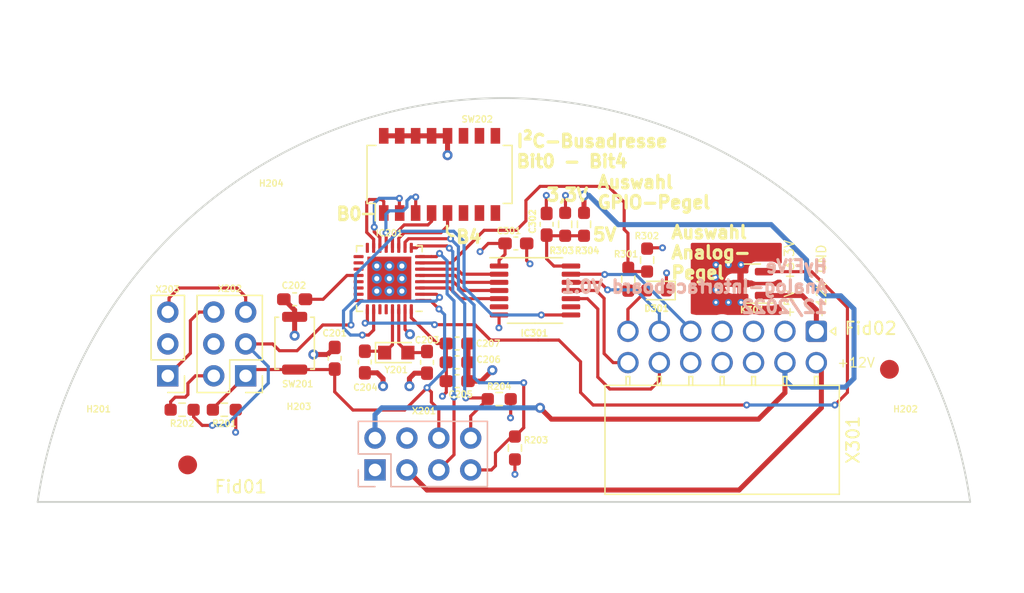
<source format=kicad_pcb>
(kicad_pcb (version 20211014) (generator pcbnew)
  (layers (0 "F.Cu" signal) (1 "In1.Cu" power "In1.GND") (2 "In2.Cu" power "In2.PWR") (31 "B.Cu" signal) (34 "B.Paste" user) (35 "F.Paste" user) (36 "B.SilkS" user "B.Silkscreen") (37 "F.SilkS" user "F.Silkscreen") (38 "B.Mask" user) (39 "F.Mask" user) (44 "Edge.Cuts" user))
  (net 0 "")
  (net 1 "/MCU/~{RST}{slash}SBWTDIO")
  (net 2 "GND")
  (net 3 "+3V3")
  (net 4 "/MCU/XIN")
  (net 5 "/MCU/XOUT")
  (net 6 "+5V")
  (net 7 "+12V")
  (net 8 "/MCU/GPIO_Reserve_B2B")
  (net 9 "/MCU/UCB0_SCL")
  (net 10 "/MCU/UCB0_SDA")
  (net 11 "/MCU/TEST_SBWTCK")
  (net 12 "/MCU/UCA1_SPI_STE")
  (net 13 "/MCU/UCA1_SPI_CLK")
  (net 14 "/MCU/UCA1_SPI_MISO")
  (net 15 "/MCU/UCA1_SPI_MOSI")
  (net 16 "/MCU/UCB1_SDA")
  (net 17 "/MCU/UCB1_SCL")
  (net 18 "/MCU/ADDR_B4")
  (net 19 "/MCU/ADDR_B3")
  (net 20 "/MCU/ADDR_B2")
  (net 21 "/MCU/ADDR_B1")
  (net 22 "/MCU/ADDR_B0")
  (net 23 "Net-(C202-Pad1)")
  (net 28 "Net-(R202-Pad1)")
  (net 35 "Net-(X202-Pad5)")
  (net 36 "Net-(X202-Pad6)")
  (net 38 "/MCU/Interface_Enable")
  (net 39 "Net-(C302-Pad1)")
  (net 41 "Net-(X301-Pad7)")
  (net 44 "Net-(X301-Pad13)")
  (net 45 "Net-(X301-Pad14)")
  (net 46 "Net-(X301-Pad6)")
  (net 47 "Net-(X301-Pad5)")
  (net 49 "/MCU/Interface_GPIO_4")
  (net 50 "/MCU/Interface_GPIO_3")
  (net 51 "/MCU/Interface_GPIO_2")
  (net 52 "/MCU/Interface_GPIO_1")
  (net 53 "/MCU/Interface_Analog")
  (net 56 "/MCU/Sensor_Lowside_Switch")
  (net 57 "Net-(X301-Pad1)")
  (footprint "Fiducial:Fiducial_1.5mm_Mask4.5mm" (layer "F.Cu") (at 167.82 54.13)
    (fp_text reference "Fid02")
    (fp_text value "Fiducial_1.5mm_Mask4.5mm")
  )
  (footprint "Capacitor_SMD:C_0603_1608Metric_Pad1.08x0.95mm_HandSolder" (layer "F.Cu") (at 131 53.575 -90)
    (fp_text reference "C203")
    (fp_text value "20pF")
  )
  (footprint "Capacitor_SMD:C_0603_1608Metric_Pad1.08x0.95mm_HandSolder" (layer "F.Cu") (at 138.075 44.1)
    (fp_text reference "C301")
    (fp_text value "100nF")
  )
  (footprint "MountingHole:MountingHole_2.7mm_M2.5" (layer "F.Cu") (at 118.6 43.01)
    (fp_text reference "H204")
    (fp_text value "MountingHole")
  )
  (footprint "Capacitor_SMD:C_0603_1608Metric_Pad1.08x0.95mm_HandSolder" (layer "F.Cu") (at 133.4 52.075)
    (fp_text reference "C207")
    (fp_text value "4,7µF")
  )
  (footprint "Resistor_SMD:R_0603_1608Metric_Pad0.98x0.95mm_HandSolder" (layer "F.Cu") (at 147.025 46.95 -90)
    (fp_text reference "R301")
    (fp_text value "20k")
  )
  (footprint "Resistor_SMD:R_0603_1608Metric_Pad0.98x0.95mm_HandSolder" (layer "F.Cu") (at 142 42.575 -90)
    (fp_text reference "R303")
    (fp_text value "0 NB")
  )
  (footprint "Resistor_SMD:R_0603_1608Metric_Pad0.98x0.95mm_HandSolder" (layer "F.Cu") (at 136.75 56.5)
    (fp_text reference "R204")
    (fp_text value "10k NB")
  )
  (footprint "Capacitor_SMD:C_0603_1608Metric_Pad1.08x0.95mm_HandSolder" (layer "F.Cu") (at 120.46 48.55 180)
    (fp_text reference "C202")
    (fp_text value "1µF, <200m ESR")
  )
  (footprint "MountingHole:MountingHole_2.7mm_M2.5" (layer "F.Cu") (at 120.86 60.8)
    (fp_text reference "H203")
    (fp_text value "MountingHole")
  )
  (footprint "MountingHole:MountingHole_2.7mm_M2.5" (layer "F.Cu") (at 104.85 61)
    (fp_text reference "H201")
    (fp_text value "MountingHole")
  )
  (footprint "Resistor_SMD:R_0603_1608Metric_Pad0.98x0.95mm_HandSolder" (layer "F.Cu") (at 148.525 45.425 -90)
    (fp_text reference "R302")
    (fp_text value "38,8k/39k 0,1%")
  )
  (footprint "Diode_SMD:D_0603_1608Metric" (layer "F.Cu") (at 149.275 47.85 180)
    (fp_text reference "D301")
    (fp_text value "82356050101")
  )
  (footprint "Resistor_SMD:R_0603_1608Metric_Pad0.98x0.95mm_HandSolder" (layer "F.Cu") (at 143.5 42.575 -90)
    (fp_text reference "R304")
    (fp_text value "0")
  )
  (footprint "MountingHole:MountingHole_2.7mm_M2.5" (layer "F.Cu") (at 169.1 61)
    (fp_text reference "H202")
    (fp_text value "MountingHole")
  )
  (footprint "Resistor_SMD:R_0603_1608Metric_Pad0.98x0.95mm_HandSolder" (layer "F.Cu") (at 138 60.4 -90)
    (fp_text reference "R203")
    (fp_text value "10k NB")
  )
  (footprint "Connector_Molex:Molex_Nano-Fit_105314-xx14_2x07_P2.50mm_Horizontal" (layer "F.Cu") (at 162 51.1 -90)
    (fp_text reference "X301")
    (fp_text value "Molex Nano-Fit 105314-1*114")
  )
  (footprint "Capacitor_SMD:C_0603_1608Metric_Pad1.08x0.95mm_HandSolder" (layer "F.Cu") (at 133.4 55.075)
    (fp_text reference "C205")
    (fp_text value "100nF")
  )
  (footprint "Button_Switch_SMD:SW_DIP_SPSTx08_Slide_Omron_A6H-8101_W6.15mm_P1.27mm" (layer "F.Cu") (at 132 38.6 90)
    (fp_text reference "SW202")
    (fp_text value "A6H-8101")
  )
  (footprint "Crystal:Crystal_SMD_TXC_9HT11-2Pin_2.0x1.2mm_HandSoldering" (layer "F.Cu") (at 128.55 52.8)
    (fp_text reference "Y201")
    (fp_text value "9HT11-32.768KDZF-T ")
  )
  (footprint "Resistor_SMD:R_0603_1608Metric_Pad0.98x0.95mm_HandSolder" (layer "F.Cu") (at 114.86 57.35 180)
    (fp_text reference locked "R201")
    (fp_text value "47k")
  )
  (footprint "Connector_PinHeader_2.54mm:PinHeader_1x03_P2.54mm_Vertical" (layer "F.Cu") (at 110.36 54.65 180)
    (fp_text reference "X203")
    (fp_text value "Conn_01x03")
  )
  (footprint "Fiducial:Fiducial_1.5mm_Mask4.5mm" (layer "F.Cu") (at 111.94 61.75)
    (fp_text reference "Fid01")
    (fp_text value "Fiducial_1.5mm_Mask4.5mm")
  )
  (footprint "Package_DFN_QFN:VQFN-32-1EP_5x5mm_P0.5mm_EP3.5x3.5mm" (layer "F.Cu") (at 128 46.9 180)
    (fp_text reference "IC201")
    (fp_text value "MSP430FR2673")
  )
  (footprint "Connector_PinHeader_2.54mm:PinHeader_2x03_P2.54mm_Vertical" (layer "F.Cu") (at 116.56 54.65 180)
    (fp_text reference "X202")
    (fp_text value "Conn_02x03_Counter_Clockwise")
  )
  (footprint "Capacitor_SMD:C_0603_1608Metric_Pad1.08x0.95mm_HandSolder" (layer "F.Cu") (at 126.05 53.55 -90)
    (fp_text reference "C204")
    (fp_text value "20pF")
  )
  (footprint "Capacitor_SMD:C_0603_1608Metric_Pad1.08x0.95mm_HandSolder" (layer "F.Cu") (at 140.525 42.575 90)
    (fp_text reference "C302")
    (fp_text value "100nF")
  )
  (footprint "Button_Switch_SMD:SW_Push_SPST_NO_Alps_SKRK" (layer "F.Cu") (at 120.46 52.05 -90)
    (fp_text reference "SW201")
    (fp_text value "SKRKAEE020")
  )
  (footprint "Package_TO_SOT_SMD:SOT-23" (layer "F.Cu") (at 156.9 47.3 180)
    (fp_text reference "K301")
    (fp_text value "SSM3K127TU")
  )
  (footprint "Capacitor_SMD:C_0603_1608Metric_Pad1.08x0.95mm_HandSolder" (layer "F.Cu") (at 133.4 53.575)
    (fp_text reference "C206")
    (fp_text value "1µF")
  )
  (footprint "Resistor_SMD:R_0603_1608Metric_Pad0.98x0.95mm_HandSolder" (layer "F.Cu") (at 111.5 57.35)
    (fp_text reference "R202")
    (fp_text value "330")
  )
  (footprint "Package_SO:TSSOP-14_4.4x5mm_P0.65mm" (layer "F.Cu") (at 139.6 47.85)
    (fp_text reference "IC301")
    (fp_text value "TXB0104PW")
  )
  (footprint "Capacitor_SMD:C_0603_1608Metric_Pad1.08x0.95mm_HandSolder" (layer "F.Cu") (at 123.65 53.25 90)
    (fp_text reference "C201")
    (fp_text value "1nF")
  )
  (footprint "Connector_PinSocket_2.54mm:PinSocket_2x04_P2.54mm_Vertical" (layer "B.Cu") (at 126.86 62.15 -90)
    (fp_text reference "X201")
    (fp_text value "ESQ-104-14-G-D")
  )
  (gr_line (start 132.6 43.2) (end 132.6 42.7) (layer "F.SilkS") (width 0.2))
  (gr_line (start 132.9 43.5) (end 132.6 43.2) (layer "F.SilkS") (width 0.2))
  (gr_line (start 125.9 41.75) (end 126.7 41.75) (layer "F.SilkS") (width 0.2))
  (gr_line (start 133.1 43.5) (end 132.9 43.5) (layer "F.SilkS") (width 0.2))
  (gr_arc (start 100 64.7) (mid 137.123578 32.514184) (end 174.247155 64.7) (layer "Edge.Cuts") (width 0.15))
  (gr_line (start 100 64.7) (end 174.247155 64.7) (layer "Edge.Cuts") (width 0.15))
  (gr_text "HyFiVe\nAnalog-Interfaceboard V0.1\n12/2022" (at 163 47.55) (layer "B.SilkS") (effects (font (size 1 1) (thickness 0.25)) (justify left mirror)))
  (gr_text "Auswahl\nGPIO-Pegel" (at 144.45 40.025) (layer "F.SilkS") (effects (font (size 1 1) (thickness 0.25)) (justify left)))
  (gr_text "Auswahl\nAnalog-\nPegel" (at 150.325 44.825) (layer "F.SilkS") (effects (font (size 1 1) (thickness 0.25)) (justify left)))
  (gr_text "+12V GND" (at 162.4 50.1 90) (layer "F.SilkS") (effects (font (size 0.75 0.75) (thickness 0.1)) (justify left)))
  (gr_text "3,3V" (at 142.175 40.225) (layer "F.SilkS") (effects (font (size 1 1) (thickness 0.25))))
  (gr_text "+5V +3,3V\n" (at 159.85 50.1 90) (layer "F.SilkS") (effects (font (size 0.75 0.75) (thickness 0.1)) (justify left)))
  (gr_text "5V" (at 145.15 43.4) (layer "F.SilkS") (effects (font (size 1 1) (thickness 0.25))))
  (gr_text "B4\n" (at 134.325 43.575) (layer "F.SilkS") (effects (font (size 1 1) (thickness 0.25))))
  (gr_text "B0" (at 124.8 41.75) (layer "F.SilkS") (effects (font (size 1 1) (thickness 0.25))))
  (gr_text "+12V\n" (at 163.6 53.6) (layer "F.SilkS") (effects (font (size 0.75 0.75) (thickness 0.1)) (justify left)))
  (gr_text "I²C-Busadresse\nBit0 - Bit4" (at 138 36.75) (layer "F.SilkS") (effects (font (size 1 1) (thickness 0.25)) (justify left)))
  (gr_text "\n" (at 159.8 50.1 90) (layer "F.SilkS") (effects (font (size 0.75 0.75) (thickness 0.1)) (justify left)))
  (segment (start 120.46 54.15) (end 117.06 54.15) (width 0.25) (layer "F.Cu") (net 1))
  (segment (start 123.6125 54.15) (end 123.65 54.1125) (width 0.25) (layer "F.Cu") (net 1))
  (segment (start 131.35 56.75) (end 131.94 57.34) (width 0.25) (layer "F.Cu") (net 1))
  (segment (start 131.275 48.65) (end 130.45 48.65) (width 0.25) (layer "F.Cu") (net 1))
  (segment (start 129.225 57.375) (end 125.1 57.375) (width 0.25) (layer "F.Cu") (net 1))
  (segment (start 123.65 55.925) (end 123.65 54.1125) (width 0.25) (layer "F.Cu") (net 1))
  (segment (start 131.95 49.325) (end 131.275 48.65) (width 0.25) (layer "F.Cu") (net 1))
  (segment (start 131 55.6) (end 131.35 55.95) (width 0.25) (layer "F.Cu") (net 1))
  (segment (start 131.94 57.34) (end 131.94 59.61) (width 0.25) (layer "F.Cu") (net 1))
  (segment (start 117.06 54.15) (end 116.56 54.65) (width 0.25) (layer "F.Cu") (net 1))
  (segment (start 113.9475 57.35) (end 113.9475 57.2625) (width 0.25) (layer "F.Cu") (net 1))
  (segment (start 131 55.6) (end 129.225 57.375) (width 0.25) (layer "F.Cu") (net 1))
  (segment (start 125.1 57.375) (end 123.65 55.925) (width 0.25) (layer "F.Cu") (net 1))
  (segment (start 120.46 54.15) (end 123.6125 54.15) (width 0.25) (layer "F.Cu") (net 1))
  (segment (start 131.35 55.95) (end 131.35 56.75) (width 0.25) (layer "F.Cu") (net 1))
  (segment (start 113.9475 57.2625) (end 116.56 54.65) (width 0.25) (layer "F.Cu") (net 1))
  (via (at 131 55.6) (size 0.55) (drill 0.25) (layers "F.Cu" "B.Cu") (net 1))
  (via (at 131.95 49.325) (size 0.55) (drill 0.25) (layers "F.Cu" "B.Cu") (net 1))
  (segment (start 131.95 49.325) (end 132.4 49.775) (width 0.25) (layer "B.Cu") (net 1))
  (segment (start 132.4 49.775) (end 132.4 54.2) (width 0.25) (layer "B.Cu") (net 1))
  (segment (start 132.4 54.2) (end 131 55.6) (width 0.25) (layer "B.Cu") (net 1))
  (segment (start 136.7375 49.8) (end 136.7375 50.8125) (width 0.25) (layer "F.Cu") (net 2))
  (segment (start 139.2 45.725) (end 138.9375 45.4625) (width 0.25) (layer "F.Cu") (net 2))
  (segment (start 120.46 49.95) (end 120.46 49.4125) (width 0.4) (layer "F.Cu") (net 2))
  (segment (start 140.5 40.275) (end 140.5 41.6875) (width 0.25) (layer "F.Cu") (net 2))
  (segment (start 134.2625 52.075) (end 134.2625 53.575) (width 0.4) (layer "F.Cu") (net 2))
  (segment (start 136.2 54.2) (end 135.325 55.075) (width 0.4) (layer "F.Cu") (net 2))
  (segment (start 148.525 44.5125) (end 148.5875 44.45) (width 0.25) (layer "F.Cu") (net 2))
  (segment (start 150.0625 47.85) (end 150.0625 46.4625) (width 0.25) (layer "F.Cu") (net 2))
  (segment (start 138.9375 45.4625) (end 138.9375 44.1) (width 0.25) (layer "F.Cu") (net 2))
  (segment (start 127.5 54.875) (end 127.5 55.475) (width 0.4) (layer "F.Cu") (net 2))
  (segment (start 128.825 35.525) (end 130.095 35.525) (width 0.4) (layer "F.Cu") (net 2))
  (segment (start 120.46 49.95) (end 120.46 51.45) (width 0.4) (layer "F.Cu") (net 2))
  (segment (start 140.5 41.6875) (end 140.525 41.7125) (width 0.25) (layer "F.Cu") (net 2))
  (segment (start 121.95 52.95) (end 123.0875 52.95) (width 0.4) (layer "F.Cu") (net 2))
  (segment (start 132.635 35.525) (end 132.635 37.065) (width 0.4) (layer "F.Cu") (net 2))
  (segment (start 135.325 55.075) (end 134.2625 55.075) (width 0.4) (layer "F.Cu") (net 2))
  (segment (start 123.0875 52.95) (end 123.65 52.3875) (width 0.4) (layer "F.Cu") (net 2))
  (segment (start 150.0625 46.4625) (end 150.075 46.45) (width 0.25) (layer "F.Cu") (net 2))
  (segment (start 131 54.4375) (end 130.0125 54.4375) (width 0.4) (layer "F.Cu") (net 2))
  (segment (start 132.635 35.525) (end 131.365 35.525) (width 0.4) (layer "F.Cu") (net 2))
  (segment (start 136.7375 50.8125) (end 136.725 50.825) (width 0.25) (layer "F.Cu") (net 2))
  (segment (start 134.2625 53.575) (end 134.2625 55.075) (width 0.4) (layer "F.Cu") (net 2))
  (segment (start 127.0375 54.4125) (end 127.5 54.875) (width 0.4) (layer "F.Cu") (net 2))
  (segment (start 148.5875 44.45) (end 149.75 44.45) (width 0.25) (layer "F.Cu") (net 2))
  (segment (start 130.0125 54.4375) (end 129.6 54.85) (width 0.4) (layer "F.Cu") (net 2))
  (segment (start 129.6 54.85) (end 129.6 55.475) (width 0.4) (layer "F.Cu") (net 2))
  (segment (start 126.05 54.4125) (end 127.0375 54.4125) (width 0.4) (layer "F.Cu") (net 2))
  (segment (start 120.46 49.4125) (end 119.5975 48.55) (width 0.4) (layer "F.Cu") (net 2))
  (segment (start 129.25 50.949598) (end 129.637701 51.337299) (width 0.25) (layer "F.Cu") (net 2))
  (segment (start 130.095 35.525) (end 131.365 35.525) (width 0.4) (layer "F.Cu") (net 2))
  (segment (start 129.25 49.35) (end 129.25 50.949598) (width 0.25) (layer "F.Cu") (net 2))
  (segment (start 155.475 47.3) (end 155.9625 47.3) (width 0.4) (layer "F.Cu") (net 2))
  (segment (start 127.555 35.525) (end 128.825 35.525) (width 0.4) (layer "F.Cu") (net 2))
  (via (at 154 48.8) (size 0.55) (drill 0.25) (layers "F.Cu" "B.Cu") (net 2))
  (via (at 156 48.8) (size 0.55) (drill 0.25) (layers "F.Cu" "B.Cu") (net 2))
  (via (at 129.637701 51.337299) (size 0.8) (drill 0.4) (layers "F.Cu" "B.Cu") (net 2))
  (via (at 132.635 37.065) (size 0.8) (drill 0.4) (layers "F.Cu" "B.Cu") (net 2))
  (via (at 139.2 45.725) (size 0.55) (drill 0.25) (layers "F.Cu" "B.Cu") (net 2))
  (via (at 129 45.9) (size 0.8) (drill 0.4) (layers "F.Cu" "B.Cu") (net 2))
  (via (at 136.2 54.2) (size 0.8) (drill 0.4) (layers "F.Cu" "B.Cu") (net 2))
  (via (at 155 48.8) (size 0.55) (drill 0.25) (layers "F.Cu" "B.Cu") (net 2))
  (via (at 127 46.9) (size 0.8) (drill 0.4) (layers "F.Cu" "B.Cu") (net 2))
  (via (at 121.95 52.95) (size 0.8) (drill 0.4) (layers "F.Cu" "B.Cu") (net 2))
  (via (at 128 45.9) (size 0.8) (drill 0.4) (layers "F.Cu" "B.Cu") (net 2))
  (via (at 129 47.9) (size 0.8) (drill 0.4) (layers "F.Cu" "B.Cu") (net 2))
  (via (at 140.5 40.275) (size 0.55) (drill 0.25) (layers "F.Cu" "B.Cu") (net 2))
  (via (at 120.46 51.45) (size 0.8) (drill 0.4) (layers "F.Cu" "B.Cu") (net 2))
  (via (at 127 45.9) (size 0.8) (drill 0.4) (layers "F.Cu" "B.Cu") (net 2))
  (via (at 136.725 50.825) (size 0.55) (drill 0.25) (layers "F.Cu" "B.Cu") (net 2))
  (via (at 155 45.8) (size 0.55) (drill 0.25) (layers "F.Cu" "B.Cu") (net 2))
  (via (at 150.075 46.45) (size 0.55) (drill 0.25) (layers "F.Cu" "B.Cu") (net 2))
  (via (at 153.975 46.8) (size 0.55) (drill 0.25) (layers "F.Cu" "B.Cu") (net 2))
  (via (at 128 47.9) (size 0.8) (drill 0.4) (layers "F.Cu" "B.Cu") (net 2))
  (via (at 128 46.9) (size 0.8) (drill 0.4) (layers "F.Cu" "B.Cu") (net 2))
  (via (at 154 47.8) (size 0.55) (drill 0.25) (layers "F.Cu" "B.Cu") (net 2))
  (via (at 149.75 44.45) (size 0.55) (drill 0.25) (layers "F.Cu" "B.Cu") (net 2))
  (via (at 156 45.8) (size 0.55) (drill 0.25) (layers "F.Cu" "B.Cu") (net 2))
  (via (at 129 46.9) (size 0.8) (drill 0.4) (layers "F.Cu" "B.Cu") (net 2))
  (via (at 127 47.9) (size 0.8) (drill 0.4) (layers "F.Cu" "B.Cu") (net 2))
  (via (at 129.6 55.475) (size 0.8) (drill 0.4) (layers "F.Cu" "B.Cu") (net 2))
  (via (at 127.5 55.475) (size 0.8) (drill 0.4) (layers "F.Cu" "B.Cu") (net 2))
  (via (at 154 45.8) (size 0.55) (drill 0.25) (layers "F.Cu" "B.Cu") (net 2))
  (segment (start 115.76 59.15) (end 115.7725 59.1375) (width 0.25) (layer "F.Cu") (net 3))
  (segment (start 135.225 44.75) (end 135.875 44.1) (width 0.25) (layer "F.Cu") (net 3))
  (segment (start 142.025 40.275) (end 142.025 41.6375) (width 0.25) (layer "F.Cu") (net 3))
  (segment (start 135.875 44.1) (end 137.2125 44.1) (width 0.25) (layer "F.Cu") (net 3))
  (segment (start 142.025 41.6375) (end 142 41.6625) (width 0.25) (layer "F.Cu") (net 3))
  (segment (start 115.7725 59.1375) (end 115.7725 57.35) (width 0.25) (layer "F.Cu") (net 3))
  (segment (start 137.2125 44.9625) (end 137.2125 44.1) (width 0.25) (layer "F.Cu") (net 3))
  (segment (start 137.6625 57.9875) (end 137.6625 56.5) (width 0.25) (layer "F.Cu") (net 3))
  (segment (start 132.5375 55.9625) (end 132.5375 53.575) (width 0.25) (layer "F.Cu") (net 3))
  (segment (start 129.75 49.35) (end 129.75 50.025) (width 0.25) (layer "F.Cu") (net 3))
  (segment (start 132.5375 52.075) (end 132.5375 53.575) (width 0.25) (layer "F.Cu") (net 3))
  (segment (start 136.7375 45.4375) (end 137.2125 44.9625) (width 0.25) (layer "F.Cu") (net 3))
  (segment (start 129.75 50.025) (end 131.8 52.075) (width 0.25) (layer "F.Cu") (net 3))
  (segment (start 132.225 56.275) (end 132.5375 55.9625) (width 0.25) (layer "F.Cu") (net 3))
  (segment (start 137.65 58) (end 137.6625 57.9875) (width 0.25) (layer "F.Cu") (net 3))
  (segment (start 136.7375 45.9) (end 136.7375 45.4375) (width 0.25) (layer "F.Cu") (net 3))
  (segment (start 138 62.5) (end 138 61.3125) (width 0.25) (layer "F.Cu") (net 3))
  (segment (start 131.8 52.075) (end 132.5375 52.075) (width 0.25) (layer "F.Cu") (net 3))
  (via (at 142.025 40.275) (size 0.55) (drill 0.25) (layers "F.Cu" "B.Cu") (net 3))
  (via (at 135.225 44.75) (size 0.55) (drill 0.25) (layers "F.Cu" "B.Cu") (net 3))
  (via (at 137.65 58) (size 0.55) (drill 0.25) (layers "F.Cu" "B.Cu") (net 3))
  (via (at 115.76 59.15) (size 0.55) (drill 0.25) (layers "F.Cu" "B.Cu") (net 3))
  (via (at 132.225 56.275) (size 0.55) (drill 0.25) (layers "F.Cu" "B.Cu") (net 3))
  (via (at 138 62.5) (size 0.55) (drill 0.25) (layers "F.Cu" "B.Cu") (net 3))
  (segment (start 128.75 52.075) (end 128.75 49.35) (width 0.25) (layer "F.Cu") (net 4))
  (segment (start 129.475 52.8) (end 130.9375 52.8) (width 0.25) (layer "F.Cu") (net 4))
  (segment (start 129.475 52.8) (end 128.75 52.075) (width 0.25) (layer "F.Cu") (net 4))
  (segment (start 130.9375 52.8) (end 131.05 52.6875) (width 0.25) (layer "F.Cu") (net 4))
  (segment (start 127.5125 52.6875) (end 127.625 52.8) (width 0.25) (layer "F.Cu") (net 5))
  (segment (start 126.05 52.6875) (end 127.5125 52.6875) (width 0.25) (layer "F.Cu") (net 5))
  (segment (start 128.25 49.35) (end 128.25 52.175) (width 0.25) (layer "F.Cu") (net 5))
  (segment (start 128.25 52.175) (end 127.625 52.8) (width 0.25) (layer "F.Cu") (net 5))
  (segment (start 157.4 58.1) (end 159.5 56) (width 0.4) (layer "F.Cu") (net 6))
  (segment (start 143.5 40.275) (end 143.5 41.6625) (width 0.4) (layer "F.Cu") (net 6))
  (segment (start 159.5 56) (end 159.5 53.6) (width 0.4) (layer "F.Cu") (net 6))
  (segment (start 140 57.2) (end 140.9 58.1) (width 0.4) (layer "F.Cu") (net 6))
  (segment (start 140.9 58.1) (end 157.4 58.1) (width 0.4) (layer "F.Cu") (net 6))
  (via (at 143.5 40.275) (size 0.8) (drill 0.4) (layers "F.Cu" "B.Cu") (net 6))
  (via (at 140 57.2) (size 0.8) (drill 0.4) (layers "F.Cu" "B.Cu") (net 6))
  (segment (start 161.225 45.425) (end 161.225 46.95) (width 0.4) (layer "B.Cu") (net 6))
  (segment (start 143.9 40.275) (end 146.225 42.6) (width 0.4) (layer "B.Cu") (net 6))
  (segment (start 140 57.2) (end 127.4 57.2) (width 0.4) (layer "B.Cu") (net 6))
  (segment (start 165 54.85) (end 164.3 55.55) (width 0.4) (layer "B.Cu") (net 6))
  (segment (start 159.5 55) (end 159.5 53.6) (width 0.4) (layer "B.Cu") (net 6))
  (segment (start 163.95 48.275) (end 165 49.325) (width 0.4) (layer "B.Cu") (net 6))
  (segment (start 146.225 42.6) (end 158.4 42.6) (width 0.4) (layer "B.Cu") (net 6))
  (segment (start 127.4 57.2) (end 126.86 57.74) (width 0.4) (layer "B.Cu") (net 6))
  (segment (start 162.55 48.275) (end 163.95 48.275) (width 0.4) (layer "B.Cu") (net 6))
  (segment (start 160.05 55.55) (end 159.5 55) (width 0.4) (layer "B.Cu") (net 6))
  (segment (start 158.4 42.6) (end 161.225 45.425) (width 0.4) (layer "B.Cu") (net 6))
  (segment (start 143.5 40.275) (end 143.9 40.275) (width 0.4) (layer "B.Cu") (net 6))
  (segment (start 159.5 54) (end 159.9 53.6) (width 0.4) (layer "B.Cu") (net 6))
  (segment (start 161.225 46.95) (end 162.55 48.275) (width 0.4) (layer "B.Cu") (net 6))
  (segment (start 164.3 55.55) (end 160.05 55.55) (width 0.4) (layer "B.Cu") (net 6))
  (segment (start 126.86 57.74) (end 126.86 59.61) (width 0.4) (layer "B.Cu") (net 6))
  (segment (start 165 49.325) (end 165 54.85) (width 0.4) (layer "B.Cu") (net 6))
  (segment (start 155.85 63.75) (end 162.4 57.2) (width 0.4) (layer "F.Cu") (net 7))
  (segment (start 129.4 62.15) (end 131 63.75) (width 0.4) (layer "F.Cu") (net 7))
  (segment (start 162.4 57.2) (end 162.4 53.6) (width 0.4) (layer "F.Cu") (net 7))
  (segment (start 131 63.75) (end 155.85 63.75) (width 0.4) (layer "F.Cu") (net 7))
  (segment (start 131.349 45.15) (end 131.749 45.15) (width 0.25) (layer "F.Cu") (net 8))
  (segment (start 133.15 60.94) (end 131.94 62.15) (width 0.25) (layer "F.Cu") (net 8))
  (segment (start 131.349 45.15) (end 130.45 45.15) (width 0.25) (layer "F.Cu") (net 8))
  (segment (start 133.15 56.35) (end 133.15 60.94) (width 0.25) (layer "F.Cu") (net 8))
  (segment (start 131.749 45.15) (end 132 44.899) (width 0.25) (layer "F.Cu") (net 8))
  (via (at 133.15 56.35) (size 0.55) (drill 0.25) (layers "F.Cu" "B.Cu") (net 8))
  (via (at 132 44.899) (size 0.55) (drill 0.25) (layers "F.Cu" "B.Cu") (net 8))
  (segment (start 133.15 48.677162) (end 132.60048 48.127641) (width 0.25) (layer "B.Cu") (net 8))
  (segment (start 132.60048 45.49948) (end 132 44.899) (width 0.25) (layer "B.Cu") (net 8))
  (segment (start 133.15 56.35) (end 133.15 48.677162) (width 0.25) (layer "B.Cu") (net 8))
  (segment (start 132.60048 48.127641) (end 132.60048 45.49948) (width 0.25) (layer "B.Cu") (net 8))
  (segment (start 138.7 55.2) (end 138.7 58.7875) (width 0.25) (layer "F.Cu") (net 9))
  (segment (start 138 59.4875) (end 137.7375 59.4875) (width 0.25) (layer "F.Cu") (net 9))
  (segment (start 136.45 60.775) (end 136.45 61.825) (width 0.25) (layer "F.Cu") (net 9))
  (segment (start 129.25 44.002672) (end 129.527192 43.72548) (width 0.25) (layer "F.Cu") (net 9))
  (segment (start 134.48 62.15) (end 136.125 62.15) (width 0.25) (layer "F.Cu") (net 9))
  (segment (start 137.7375 59.4875) (end 136.45 60.775) (width 0.25) (layer "F.Cu") (net 9))
  (segment (start 138.7 58.7875) (end 138 59.4875) (width 0.25) (layer "F.Cu") (net 9))
  (segment (start 136.45 61.825) (end 136.125 62.15) (width 0.25) (layer "F.Cu") (net 9))
  (segment (start 129.25 44.45) (end 129.25 44.002672) (width 0.25) (layer "F.Cu") (net 9))
  (segment (start 129.527192 43.72548) (end 132.87548 43.72548) (width 0.25) (layer "F.Cu") (net 9))
  (via (at 132.87548 43.72548) (size 0.55) (drill 0.25) (layers "F.Cu" "B.Cu") (net 9))
  (via (at 138.7 55.2) (size 0.55) (drill 0.25) (layers "F.Cu" "B.Cu") (net 9))
  (segment (start 133.5 44.35) (end 132.87548 43.72548) (width 0.25) (layer "B.Cu") (net 9))
  (segment (start 135.15 55.2) (end 134.75 54.8) (width 0.25) (layer "B.Cu") (net 9))
  (segment (start 134.75 54.8) (end 134.75 49.005727) (width 0.25) (layer "B.Cu") (net 9))
  (segment (start 133.5 47.755727) (end 133.5 44.35) (width 0.25) (layer "B.Cu") (net 9))
  (segment (start 138.7 55.2) (end 135.15 55.2) (width 0.25) (layer "B.Cu") (net 9))
  (segment (start 134.75 49.005727) (end 133.5 47.755727) (width 0.25) (layer "B.Cu") (net 9))
  (segment (start 130.15 44.45) (end 129.75 44.45) (width 0.25) (layer "F.Cu") (net 10))
  (segment (start 134.48 57.8575) (end 134.48 59.61) (width 0.25) (layer "F.Cu") (net 10))
  (segment (start 135.8375 56.5) (end 134.48 57.8575) (width 0.25) (layer "F.Cu") (net 10))
  (segment (start 130.3005 44.2995) (end 132.5995 44.2995) (width 0.25) (layer "F.Cu") (net 10))
  (segment (start 134.088589 56.411411) (end 135.748911 56.411411) (width 0.25) (layer "F.Cu") (net 10))
  (segment (start 132.775 44.475) (end 132.5995 44.2995) (width 0.25) (layer "F.Cu") (net 10))
  (segment (start 130.3005 44.2995) (end 130.15 44.45) (width 0.25) (layer "F.Cu") (net 10))
  (segment (start 135.748911 56.411411) (end 135.8375 56.5) (width 0.25) (layer "F.Cu") (net 10))
  (via (at 134.088589 56.411411) (size 0.55) (drill 0.25) (layers "F.Cu" "B.Cu") (net 10))
  (via (at 132.775 44.475) (size 0.55) (drill 0.25) (layers "F.Cu" "B.Cu") (net 10))
  (segment (start 133.05 44.75) (end 133.05 47.941444) (width 0.25) (layer "B.Cu") (net 10))
  (segment (start 134 56.322822) (end 134.088589 56.411411) (width 0.25) (layer "B.Cu") (net 10))
  (segment (start 133.05 47.941444) (end 134 48.891444) (width 0.25) (layer "B.Cu") (net 10))
  (segment (start 132.775 44.475) (end 133.05 44.75) (width 0.25) (layer "B.Cu") (net 10))
  (segment (start 134 48.891444) (end 134 56.322822) (width 0.25) (layer "B.Cu") (net 10))
  (segment (start 122.7 50.6) (end 120.65 52.65) (width 0.25) (layer "F.Cu") (net 11))
  (segment (start 112.4125 57.9125) (end 112.4125 57.35) (width 0.25) (layer "F.Cu") (net 11))
  (segment (start 113.9 58.6) (end 113.1 58.6) (width 0.25) (layer "F.Cu") (net 11))
  (segment (start 124.95 50.6) (end 122.7 50.6) (width 0.25) (layer "F.Cu") (net 11))
  (segment (start 132 48.4) (end 131.75 48.15) (width 0.25) (layer "F.Cu") (net 11))
  (segment (start 118.71 52.11) (end 116.56 52.11) (width 0.25) (layer "F.Cu") (net 11))
  (segment (start 119.25 52.65) (end 118.71 52.11) (width 0.25) (layer "F.Cu") (net 11))
  (segment (start 120.65 52.65) (end 119.25 52.65) (width 0.25) (layer "F.Cu") (net 11))
  (segment (start 131.75 48.15) (end 130.45 48.15) (width 0.25) (layer "F.Cu") (net 11))
  (segment (start 113.1 58.6) (end 112.4125 57.9125) (width 0.25) (layer "F.Cu") (net 11))
  (via (at 124.95 50.6) (size 0.55) (drill 0.25) (layers "F.Cu" "B.Cu") (net 11))
  (via (at 132 48.4) (size 0.55) (drill 0.25) (layers "F.Cu" "B.Cu") (net 11))
  (via (at 113.9 58.6) (size 0.55) (drill 0.25) (layers "F.Cu" "B.Cu") (net 11))
  (segment (start 118.36 55.239022) (end 118.36 53.91) (width 0.25) (layer "B.Cu") (net 11))
  (segment (start 118.36 53.91) (end 116.56 52.11) (width 0.25) (layer "B.Cu") (net 11))
  (segment (start 125.75 48.7) (end 124.95 49.5) (width 0.25) (layer "B.Cu") (net 11))
  (segment (start 113.9 58.6) (end 114.999022 58.6) (width 0.25) (layer "B.Cu") (net 11))
  (segment (start 114.999022 58.6) (end 118.36 55.239022) (width 0.25) (layer "B.Cu") (net 11))
  (segment (start 132 48.4) (end 131.7 48.7) (width 0.25) (layer "B.Cu") (net 11))
  (segment (start 131.7 48.7) (end 125.75 48.7) (width 0.25) (layer "B.Cu") (net 11))
  (segment (start 124.95 49.5) (end 124.95 50.6) (width 0.25) (layer "B.Cu") (net 11))
  (segment (start 129.188802 43.25048) (end 128.75 43.689282) (width 0.25) (layer "F.Cu") (net 18))
  (segment (start 132.635 42.71548) (end 132.1 43.25048) (width 0.25) (layer "F.Cu") (net 18))
  (segment (start 132.1 43.25048) (end 129.188802 43.25048) (width 0.25) (layer "F.Cu") (net 18))
  (segment (start 128.75 43.689282) (end 128.75 44.45) (width 0.25) (layer "F.Cu") (net 18))
  (segment (start 132.635 41.675) (end 132.635 42.71548) (width 0.25) (layer "F.Cu") (net 18))
  (segment (start 128.25 44.45) (end 128.25 43.553564) (width 0.25) (layer "F.Cu") (net 19))
  (segment (start 131.365 42.335) (end 131.365 41.675) (width 0.25) (layer "F.Cu") (net 19))
  (segment (start 128.25 43.553564) (end 129.179053 42.624511) (width 0.25) (layer "F.Cu") (net 19))
  (segment (start 131.075489 42.624511) (end 131.365 42.335) (width 0.25) (layer "F.Cu") (net 19))
  (segment (start 129.179053 42.624511) (end 131.075489 42.624511) (width 0.25) (layer "F.Cu") (net 19))
  (segment (start 130.1 41.67) (end 130.095 41.675) (width 0.25) (layer "F.Cu") (net 20))
  (segment (start 127.75 43.281557) (end 127.727708 43.259265) (width 0.25) (layer "F.Cu") (net 20))
  (segment (start 130.1 40.4) (end 130.1 41.67) (width 0.25) (layer "F.Cu") (net 20))
  (segment (start 127.75 44.45) (end 127.75 43.281557) (width 0.25) (layer "F.Cu") (net 20))
  (via (at 127.727708 43.259265) (size 0.55) (drill 0.25) (layers "F.Cu" "B.Cu") (net 20))
  (via (at 130.1 40.4) (size 0.55) (drill 0.25) (layers "F.Cu" "B.Cu") (net 20))
  (segment (start 127.727708 43.259265) (end 127.727708 41.772292) (width 0.25) (layer "B.Cu") (net 20))
  (segment (start 128 41.5) (end 129.1 41.5) (width 0.25) (layer "B.Cu") (net 20))
  (segment (start 129.399511 41.200489) (end 129.399511 40.700489) (width 0.25) (layer "B.Cu") (net 20))
  (segment (start 129.1 41.5) (end 129.399511 41.200489) (width 0.25) (layer "B.Cu") (net 20))
  (segment (start 129.7 40.4) (end 130.1 40.4) (width 0.25) (layer "B.Cu") (net 20))
  (segment (start 127.727708 41.772292) (end 128 41.5) (width 0.25) (layer "B.Cu") (net 20))
  (segment (start 129.399511 40.700489) (end 129.7 40.4) (width 0.25) (layer "B.Cu") (net 20))
  (segment (start 126.8 43.179395) (end 127.25 43.629395) (width 0.25) (layer "F.Cu") (net 21))
  (segment (start 128.8 40.5) (end 128.8 41.65) (width 0.25) (layer "F.Cu") (net 21))
  (segment (start 126.8 42.8) (end 126.8 43.179395) (width 0.25) (layer "F.Cu") (net 21))
  (segment (start 128.8 41.65) (end 128.825 41.675) (width 0.25) (layer "F.Cu") (net 21))
  (segment (start 127.25 43.629395) (end 127.25 44.45) (width 0.25) (layer "F.Cu") (net 21))
  (via (at 126.8 42.8) (size 0.55) (drill 0.25) (layers "F.Cu" "B.Cu") (net 21))
  (via (at 128.8 40.5) (size 0.55) (drill 0.25) (layers "F.Cu" "B.Cu") (net 21))
  (segment (start 127.2 40.5) (end 128.8 40.5) (width 0.25) (layer "B.Cu") (net 21))
  (segment (start 126.8 40.9) (end 127.2 40.5) (width 0.25) (layer "B.Cu") (net 21))
  (segment (start 126.8 42.8) (end 126.8 40.9) (width 0.25) (layer "B.Cu") (net 21))
  (segment (start 127.555 41.675) (end 127.555 40.755) (width 0.25) (layer "F.Cu") (net 22))
  (segment (start 126.2 40.8) (end 126.2 43.215113) (width 0.25) (layer "F.Cu") (net 22))
  (segment (start 126.75 43.765113) (end 126.75 44.45) (width 0.25) (layer "F.Cu") (net 22))
  (segment (start 127.4 40.6) (end 126.4 40.6) (width 0.25) (layer "F.Cu") (net 22))
  (segment (start 127.555 40.755) (end 127.4 40.6) (width 0.25) (layer "F.Cu") (net 22))
  (segment (start 126.4 40.6) (end 126.2 40.8) (width 0.25) (layer "F.Cu") (net 22))
  (segment (start 126.2 43.215113) (end 126.75 43.765113) (width 0.25) (layer "F.Cu") (net 22))
  (segment (start 121.3225 48.55) (end 122.725 48.55) (width 0.25) (layer "F.Cu") (net 23))
  (segment (start 124.625 46.65) (end 122.725 48.55) (width 0.25) (layer "F.Cu") (net 23))
  (segment (start 125.55 46.65) (end 124.625 46.65) (width 0.25) (layer "F.Cu") (net 23))
  (segment (start 114.02 54.65) (end 112.56 54.65) (width 0.25) (layer "F.Cu") (net 28))
  (segment (start 110.5875 56.7125) (end 110.5875 57.35) (width 0.25) (layer "F.Cu") (net 28))
  (segment (start 111.75 56.35) (end 110.95 56.35) (width 0.25) (layer "F.Cu") (net 28))
  (segment (start 111.96 55.25) (end 111.96 56.14) (width 0.25) (layer "F.Cu") (net 28))
  (segment (start 112.56 54.65) (end 111.96 55.25) (width 0.25) (layer "F.Cu") (net 28))
  (segment (start 111.96 56.14) (end 111.75 56.35) (width 0.25) (layer "F.Cu") (net 28))
  (segment (start 110.95 56.35) (end 110.5875 56.7125) (width 0.25) (layer "F.Cu") (net 28))
  (segment (start 116.56 48.35) (end 116.56 49.57) (width 0.25) (layer "F.Cu") (net 35))
  (segment (start 111.26 47.65) (end 115.86 47.65) (width 0.25) (layer "F.Cu") (net 35))
  (segment (start 110.46 48.45) (end 111.26 47.65) (width 0.25) (layer "F.Cu") (net 35))
  (segment (start 110.46 50.31) (end 110.46 48.45) (width 0.25) (layer "F.Cu") (net 35))
  (segment (start 115.86 47.65) (end 116.56 48.35) (width 0.25) (layer "F.Cu") (net 35))
  (segment (start 112.84 49.57) (end 114.02 49.57) (width 0.25) (layer "F.Cu") (net 36))
  (segment (start 112.16 50.25) (end 112.84 49.57) (width 0.25) (layer "F.Cu") (net 36))
  (segment (start 112.16 52.85) (end 112.16 50.25) (width 0.25) (layer "F.Cu") (net 36))
  (segment (start 110.36 54.65) (end 112.16 52.85) (width 0.25) (layer "F.Cu") (net 36))
  (segment (start 126.75 49.35) (end 126.75 51) (width 0.25) (layer "F.Cu") (net 38))
  (segment (start 140.1 49.8) (end 142.4625 49.8) (width 0.25) (layer "F.Cu") (net 38))
  (segment (start 126.75 51) (end 126.35 51.4) (width 0.25) (layer "F.Cu") (net 38))
  (segment (start 126.35 51.4) (end 125.85 51.4) (width 0.25) (layer "F.Cu") (net 38))
  (via (at 140.1 49.8) (size 0.55) (drill 0.25) (layers "F.Cu" "B.Cu") (net 38))
  (via (at 125.85 51.4) (size 0.55) (drill 0.25) (layers "F.Cu" "B.Cu") (net 38))
  (segment (start 136.179991 49.8) (end 133.94952 47.569529) (width 0.25) (layer "B.Cu") (net 38))
  (segment (start 133.94952 47.569529) (end 133.94952 43.951682) (width 0.25) (layer "B.Cu") (net 38))
  (segment (start 124.350489 49.463794) (end 124.350489 50.848327) (width 0.25) (layer "B.Cu") (net 38))
  (segment (start 128.749417 43.125969) (end 125.30048 46.574906) (width 0.25) (layer "B.Cu") (net 38))
  (segment (start 124.902162 51.4) (end 125.85 51.4) (width 0.25) (layer "B.Cu") (net 38))
  (segment (start 125.30048 48.513803) (end 124.350489 49.463794) (width 0.25) (layer "B.Cu") (net 38))
  (segment (start 133.94952 43.951682) (end 133.123807 43.125969) (width 0.25) (layer "B.Cu") (net 38))
  (segment (start 140.1 49.8) (end 136.179991 49.8) (width 0.25) (layer "B.Cu") (net 38))
  (segment (start 125.30048 46.574906) (end 125.30048 48.513803) (width 0.25) (layer "B.Cu") (net 38))
  (segment (start 133.123807 43.125969) (end 128.749417 43.125969) (width 0.25) (layer "B.Cu") (net 38))
  (segment (start 124.350489 50.848327) (end 124.902162 51.4) (width 0.25) (layer "B.Cu") (net 38))
  (segment (start 140.525 43.4375) (end 140.525 45.325) (width 0.25) (layer "F.Cu") (net 39))
  (segment (start 141.1 45.9) (end 142.4625 45.9) (width 0.25) (layer "F.Cu") (net 39))
  (segment (start 140.525 45.325) (end 141.1 45.9) (width 0.25) (layer "F.Cu") (net 39))
  (segment (start 142 43.4875) (end 140.575 43.4875) (width 0.25) (layer "F.Cu") (net 39))
  (segment (start 143.5 43.4875) (end 142 43.4875) (width 0.25) (layer "F.Cu") (net 39))
  (segment (start 140.575 43.4875) (end 140.525 43.4375) (width 0.25) (layer "F.Cu") (net 39))
  (segment (start 147 51.1) (end 147 49.3375) (width 0.25) (layer "F.Cu") (net 41))
  (segment (start 148.4875 47.85) (end 147.0375 47.85) (width 0.25) (layer "F.Cu") (net 41))
  (segment (start 147.0375 47.85) (end 147.025 47.8625) (width 0.25) (layer "F.Cu") (net 41))
  (segment (start 147 51.1) (end 147 49.35) (width 0.25) (layer "F.Cu") (net 41))
  (segment (start 147 49.3375) (end 148.4875 47.85) (width 0.25) (layer "F.Cu") (net 41))
  (segment (start 144.6 54.75) (end 145.55 55.7) (width 0.25) (layer "F.Cu") (net 44))
  (segment (start 145.55 55.7) (end 148.825 55.7) (width 0.25) (layer "F.Cu") (net 44))
  (segment (start 142.4625 48.5) (end 143.775 48.5) (width 0.25) (layer "F.Cu") (net 44))
  (segment (start 149.5 55.025) (end 149.5 53.6) (width 0.25) (layer "F.Cu") (net 44))
  (segment (start 148.825 55.7) (end 149.5 55.025) (width 0.25) (layer "F.Cu") (net 44))
  (segment (start 144.6 49.325) (end 144.6 54.75) (width 0.25) (layer "F.Cu") (net 44))
  (segment (start 143.775 48.5) (end 144.6 49.325) (width 0.25) (layer "F.Cu") (net 44))
  (segment (start 145.825 53.6) (end 147 53.6) (width 0.25) (layer "F.Cu") (net 45))
  (segment (start 145.1 52.875) (end 145.825 53.6) (width 0.25) (layer "F.Cu") (net 45))
  (segment (start 145.1 48.475) (end 145.1 52.875) (width 0.25) (layer "F.Cu") (net 45))
  (segment (start 144.475 47.85) (end 145.1 48.475) (width 0.25) (layer "F.Cu") (net 45))
  (segment (start 142.4625 47.85) (end 144.475 47.85) (width 0.25) (layer "F.Cu") (net 45))
  (segment (start 142.4625 47.2) (end 144.775 47.2) (width 0.25) (layer "F.Cu") (net 46))
  (segment (start 144.775 47.2) (end 145.375 47.8) (width 0.25) (layer "F.Cu") (net 46))
  (via (at 145.375 47.8) (size 0.55) (drill 0.25) (layers "F.Cu" "B.Cu") (net 46))
  (segment (start 145.375 47.8) (end 147.625 47.8) (width 0.25) (layer "B.Cu") (net 46))
  (segment (start 149.5 49.675) (end 149.5 51.1) (width 0.25) (layer "B.Cu") (net 46))
  (segment (start 147.625 47.8) (end 149.5 49.675) (width 0.25) (layer "B.Cu") (net 46))
  (segment (start 145.125 46.55) (end 142.4625 46.55) (width 0.25) (layer "F.Cu") (net 47))
  (segment (start 145.15 46.575) (end 145.125 46.55) (width 0.25) (layer "F.Cu") (net 47))
  (via (at 145.15 46.575) (size 0.55) (drill 0.25) (layers "F.Cu" "B.Cu") (net 47))
  (segment (start 147.625 46.575) (end 152 50.95) (width 0.25) (layer "B.Cu") (net 47))
  (segment (start 145.15 46.575) (end 147.625 46.575) (width 0.25) (layer "B.Cu") (net 47))
  (segment (start 152 50.95) (end 152 51.1) (width 0.25) (layer "B.Cu") (net 47))
  (segment (start 133.65 48.5) (end 136.7375 48.5) (width 0.25) (layer "F.Cu") (net 49))
  (segment (start 132.8 47.65) (end 133.65 48.5) (width 0.25) (layer "F.Cu") (net 49))
  (segment (start 130.45 47.65) (end 132.8 47.65) (width 0.25) (layer "F.Cu") (net 49))
  (segment (start 130.45 47.15) (end 133.1 47.15) (width 0.25) (layer "F.Cu") (net 50))
  (segment (start 133.1 47.15) (end 133.8 47.85) (width 0.25) (layer "F.Cu") (net 50))
  (segment (start 133.8 47.85) (end 136.7375 47.85) (width 0.25) (layer "F.Cu") (net 50))
  (segment (start 136.7375 47.2) (end 133.785718 47.2) (width 0.25) (layer "F.Cu") (net 51))
  (segment (start 133.235718 46.65) (end 130.45 46.65) (width 0.25) (layer "F.Cu") (net 51))
  (segment (start 133.785718 47.2) (end 133.235718 46.65) (width 0.25) (layer "F.Cu") (net 51))
  (segment (start 130.45 46.15) (end 133.4 46.15) (width 0.25) (layer "F.Cu") (net 52))
  (segment (start 133.4 46.15) (end 133.8 46.55) (width 0.25) (layer "F.Cu") (net 52))
  (segment (start 133.8 46.55) (end 136.7375 46.55) (width 0.25) (layer "F.Cu") (net 52))
  (segment (start 148.525 46.3375) (end 147.325 46.3375) (width 0.25) (layer "F.Cu") (net 53))
  (segment (start 146.7 42.9875) (end 147 43.2875) (width 0.25) (layer "F.Cu") (net 53))
  (segment (start 138.875 42.3) (end 138.875 40.675) (width 0.25) (layer "F.Cu") (net 53))
  (segment (start 147 46.0125) (end 147.025 46.0375) (width 0.25) (layer "F.Cu") (net 53))
  (segment (start 135.55 43.05) (end 138.125 43.05) (width 0.25) (layer "F.Cu") (net 53))
  (segment (start 147.325 46.3375) (end 147.025 46.0375) (width 0.25) (layer "F.Cu") (net 53))
  (segment (start 140 39.55) (end 145.425 39.55) (width 0.25) (layer "F.Cu") (net 53))
  (segment (start 132.95 45.65) (end 135.55 43.05) (width 0.25) (layer "F.Cu") (net 53))
  (segment (start 146.7 40.825) (end 146.7 42.9875) (width 0.25) (layer "F.Cu") (net 53))
  (segment (start 147 43.2875) (end 147 46.0125) (width 0.25) (layer "F.Cu") (net 53))
  (segment (start 138.875 40.675) (end 140 39.55) (width 0.25) (layer "F.Cu") (net 53))
  (segment (start 130.45 45.65) (end 132.95 45.65) (width 0.25) (layer "F.Cu") (net 53))
  (segment (start 138.125 43.05) (end 138.875 42.3) (width 0.25) (layer "F.Cu") (net 53))
  (segment (start 145.425 39.55) (end 146.7 40.825) (width 0.25) (layer "F.Cu") (net 53))
  (segment (start 161.625 46.35) (end 157.8375 46.35) (width 0.25) (layer "F.Cu") (net 56))
  (segment (start 145.075 56.975) (end 156.45 56.975) (width 0.25) (layer "F.Cu") (net 56))
  (segment (start 163.475 56.975) (end 164.475 55.975) (width 0.25) (layer "F.Cu") (net 56))
  (segment (start 135.425 51.175) (end 136.05 51.8) (width 0.25) (layer "F.Cu") (net 56))
  (segment (start 143.225 55.975) (end 144.225 56.975) (width 0.25) (layer "F.Cu") (net 56))
  (segment (start 144.225 56.975) (end 145.075 56.975) (width 0.25) (layer "F.Cu") (net 56))
  (segment (start 143.225 53.525) (end 143.225 55.975) (width 0.25) (layer "F.Cu") (net 56))
  (segment (start 134.825 50.575) (end 135.425 51.175) (width 0.25) (layer "F.Cu") (net 56))
  (segment (start 141.5 51.8) (end 142.375 52.675) (width 0.25) (layer "F.Cu") (net 56))
  (segment (start 131.6 50.575) (end 134.825 50.575) (width 0.25) (layer "F.Cu") (net 56))
  (segment (start 126.25 49.35) (end 126.25 50.275) (width 0.25) (layer "F.Cu") (net 56))
  (segment (start 142.375 52.675) (end 143.225 53.525) (width 0.25) (layer "F.Cu") (net 56))
  (segment (start 164.475 55.975) (end 164.475 49.2) (width 0.25) (layer "F.Cu") (net 56))
  (segment (start 139.85 51.8) (end 141.5 51.8) (width 0.25) (layer "F.Cu") (net 56))
  (segment (start 164.475 49.2) (end 161.625 46.35) (width 0.25) (layer "F.Cu") (net 56))
  (segment (start 136.05 51.8) (end 139.85 51.8) (width 0.25) (layer "F.Cu") (net 56))
  (segment (start 126.25 50.275) (end 126.075 50.45) (width 0.25) (layer "F.Cu") (net 56))
  (via (at 131.6 50.575) (size 0.55) (drill 0.25) (layers "F.Cu" "B.Cu") (net 56))
  (via (at 163.475 56.975) (size 0.55) (drill 0.25) (layers "F.Cu" "B.Cu") (net 56))
  (via (at 156.45 56.975) (size 0.55) (drill 0.25) (layers "F.Cu" "B.Cu") (net 56))
  (via (at 126.075 50.45) (size 0.55) (drill 0.25) (layers "F.Cu" "B.Cu") (net 56))
  (segment (start 131.475 50.45) (end 131.6 50.575) (width 0.25) (layer "B.Cu") (net 56))
  (segment (start 126.075 50.45) (end 131.475 50.45) (width 0.25) (layer "B.Cu") (net 56))
  (segment (start 156.45 56.975) (end 163.475 56.975) (width 0.25) (layer "B.Cu") (net 56))
  (segment (start 162 51.1) (end 162 49.375) (width 0.4) (layer "F.Cu") (net 57))
  (segment (start 160.875 48.25) (end 157.8375 48.25) (width 0.4) (layer "F.Cu") (net 57))
  (segment (start 162 49.375) (end 160.875 48.25) (width 0.4) (layer "F.Cu") (net 57))
  (zone (net 2) (net_name "GND") (layer "F.Cu") (connect_pads (clearance 0.508)) (min_thickness 0.254) (fill yes (thermal_gap 0.508) (thermal_bridge_width 0.508))
    (polygon (pts (xy 159.25 49.8) (xy 152 49.8) (xy 152 44.05) (xy 159.25 44.05)))
  )
)
</source>
